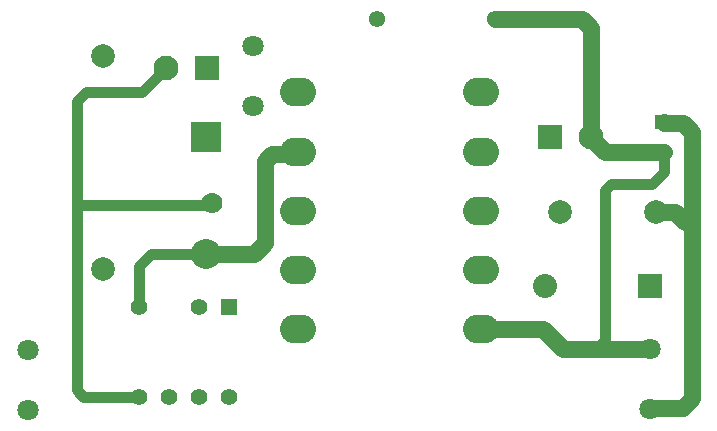
<source format=gbr>
%TF.GenerationSoftware,Altium Limited,Altium Designer,23.2.1 (34)*%
G04 Layer_Physical_Order=1*
G04 Layer_Color=255*
%FSLAX45Y45*%
%MOMM*%
%TF.SameCoordinates,76BEBE9A-6656-4806-BAFE-41FAB228EB9C*%
%TF.FilePolarity,Positive*%
%TF.FileFunction,Copper,L1,Top,Signal*%
%TF.Part,Single*%
G01*
G75*
%TA.AperFunction,Conductor*%
%ADD10C,1.39700*%
%ADD11C,0.88900*%
%TA.AperFunction,ComponentPad*%
%ADD12C,2.00000*%
%ADD13C,1.38100*%
%ADD14O,3.04800X2.41300*%
%ADD15C,2.03200*%
%ADD16R,2.03200X2.03200*%
%ADD17C,1.80000*%
%ADD18C,1.41000*%
%ADD19R,1.41000X1.41000*%
%ADD20C,2.54000*%
%ADD21R,2.54000X2.54000*%
%ADD22C,2.10000*%
%ADD23R,2.10000X2.10000*%
%ADD24O,1.50000X1.30000*%
%ADD25R,1.50000X1.30000*%
%TA.AperFunction,ViaPad*%
%ADD26C,1.77800*%
D10*
X5153400Y2641600D02*
Y3563066D01*
X5071565Y3644900D02*
X5153400Y3563066D01*
X4340100Y3644900D02*
X5071565D01*
X2647560Y2499860D02*
X2667000Y2519300D01*
X2387600Y2437466D02*
X2449995Y2499860D01*
X2387600Y1745535D02*
Y2437466D01*
X2449995Y2499860D02*
X2647560D01*
X2293066Y1651000D02*
X2387600Y1745535D01*
X1892300Y1651000D02*
X2293066D01*
X4746500Y1019300D02*
X4914900Y850900D01*
X4217000Y1019300D02*
X4746500D01*
X5153400Y2631585D02*
Y2641600D01*
X4914900Y850900D02*
X5651500D01*
X5659211Y350611D02*
X5925266D01*
X5770650Y2763750D02*
X5925266D01*
X6007100Y432445D02*
Y2681916D01*
X5925266Y350611D02*
X6007100Y432445D01*
X5925266Y2763750D02*
X6007100Y2681916D01*
X5765800Y2768600D02*
X5770650Y2763750D01*
X5153400Y2631585D02*
X5270384Y2514600D01*
X5765800D01*
X5651500Y342900D02*
X5659211Y350611D01*
X5861766Y2006600D02*
X5943600Y1924766D01*
X5702300Y2006600D02*
X5861766D01*
D11*
X5236024Y885376D02*
X5270500Y919853D01*
X5322577Y2247900D02*
X5664200D01*
X5270500Y2195823D02*
X5322577Y2247900D01*
X5270500Y919853D02*
Y2195823D01*
X5664200Y2247900D02*
X5765800Y2349500D01*
Y2514600D01*
X1320800Y1206500D02*
Y1549400D01*
X1422400Y1651000D01*
X1892300D01*
X800100Y2070100D02*
Y2946400D01*
Y496577D02*
Y2070100D01*
X1930400D01*
X1943100Y2082800D01*
X852177Y444500D02*
X1320800D01*
X800100Y496577D02*
X852177Y444500D01*
X800100Y2946400D02*
X876300Y3022600D01*
X1349000D01*
X1552200Y3225800D01*
D12*
X4889500Y2006600D02*
D03*
X5702300D02*
D03*
X1016000Y3325700D02*
D03*
Y1525700D02*
D03*
D13*
X3340100Y3644900D02*
D03*
X4340100D02*
D03*
D14*
X4217000Y3019300D02*
D03*
Y2519300D02*
D03*
Y2019300D02*
D03*
Y1519300D02*
D03*
Y1019300D02*
D03*
X2667000Y3019300D02*
D03*
Y2519300D02*
D03*
Y2019300D02*
D03*
Y1519300D02*
D03*
Y1019300D02*
D03*
D15*
X4762500Y1384300D02*
D03*
D16*
X5651500D02*
D03*
D17*
X2286000Y3416300D02*
D03*
Y2908300D02*
D03*
X5651500Y342900D02*
D03*
Y850900D02*
D03*
X381000Y330200D02*
D03*
Y838200D02*
D03*
D18*
X1320800Y1206500D02*
D03*
X1828800D02*
D03*
X1320800Y444500D02*
D03*
X1574800D02*
D03*
X1828800D02*
D03*
X2082800D02*
D03*
D19*
Y1206500D02*
D03*
D20*
X1892300Y1651000D02*
D03*
D21*
Y2641600D02*
D03*
D22*
X1552200Y3225800D02*
D03*
X5153400Y2641600D02*
D03*
D23*
X1902200Y3225800D02*
D03*
X4803400Y2641600D02*
D03*
D24*
X5765800Y2514600D02*
D03*
D25*
Y2768600D02*
D03*
D26*
X1943100Y2082800D02*
D03*
%TF.MD5,9cee2cd1f8dee1a0992e131bfe65aa4d*%
M02*

</source>
